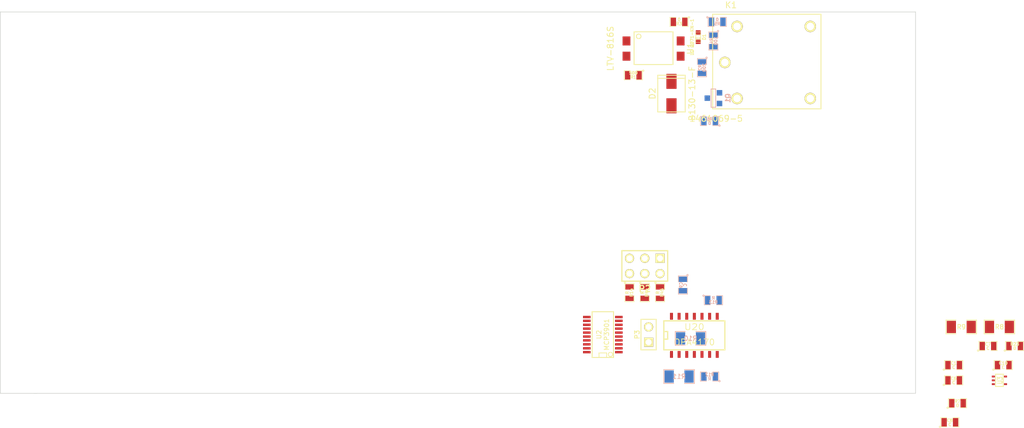
<source format=kicad_pcb>
(kicad_pcb (version 3) (host pcbnew "(2013-05-31 BZR 4019)-stable")

  (general
    (links 59)
    (no_connects 59)
    (area 139.014999 105.613999 291.515001 169.214001)
    (thickness 1.6)
    (drawings 5)
    (tracks 0)
    (zones 0)
    (modules 33)
    (nets 41)
  )

  (page USLedger)
  (title_block 
    (title BenchBudEE)
    (rev A)
    (company GR)
  )

  (layers
    (15 F.Cu signal)
    (2 PWR power)
    (1 GND power)
    (0 B.Cu signal)
    (16 B.Adhes user)
    (17 F.Adhes user)
    (18 B.Paste user)
    (19 F.Paste user)
    (20 B.SilkS user)
    (21 F.SilkS user)
    (22 B.Mask user)
    (23 F.Mask user)
    (28 Edge.Cuts user)
  )

  (setup
    (last_trace_width 0.254)
    (user_trace_width 0.1524)
    (trace_clearance 0.254)
    (zone_clearance 0.508)
    (zone_45_only no)
    (trace_min 0.1524)
    (segment_width 0.2)
    (edge_width 0.1)
    (via_size 0.889)
    (via_drill 0.635)
    (via_min_size 0.508)
    (via_min_drill 0.3302)
    (user_via 0.508 0.3302)
    (uvia_size 0.508)
    (uvia_drill 0.127)
    (uvias_allowed no)
    (uvia_min_size 0.381)
    (uvia_min_drill 0.127)
    (pcb_text_width 0.3)
    (pcb_text_size 1.5 1.5)
    (mod_edge_width 0.15)
    (mod_text_size 1 1)
    (mod_text_width 0.15)
    (pad_size 1.905 1.905)
    (pad_drill 1.27)
    (pad_to_mask_clearance 0.254)
    (solder_mask_min_width 0.127)
    (aux_axis_origin 0 0)
    (visible_elements 7FFFFFFF)
    (pcbplotparams
      (layerselection 3178497)
      (usegerberextensions true)
      (excludeedgelayer true)
      (linewidth 0.150000)
      (plotframeref false)
      (viasonmask false)
      (mode 1)
      (useauxorigin false)
      (hpglpennumber 1)
      (hpglpenspeed 20)
      (hpglpendiameter 15)
      (hpglpenoverlay 2)
      (psnegative false)
      (psa4output false)
      (plotreference true)
      (plotvalue true)
      (plotothertext true)
      (plotinvisibletext false)
      (padsonsilk false)
      (subtractmaskfromsilk false)
      (outputformat 1)
      (mirror false)
      (drillshape 1)
      (scaleselection 1)
      (outputdirectory ""))
  )

  (net 0 "")
  (net 1 +12P)
  (net 2 +12V)
  (net 3 +5V)
  (net 4 -12V)
  (net 5 /Arduino/ADC_CS_N)
  (net 6 /Arduino/CURR_MEAS)
  (net 7 /Arduino/MISO)
  (net 8 /Arduino/MOSI)
  (net 9 /Arduino/RELAY+)
  (net 10 /Arduino/RELAY-)
  (net 11 /Arduino/SCLK)
  (net 12 /Arduino/~DR)
  (net 13 /Arduino/~RESET)
  (net 14 /Thermocouple/CH0+)
  (net 15 /Thermocouple/CH0-)
  (net 16 AGND)
  (net 17 GND)
  (net 18 N-00000120)
  (net 19 N-00000122)
  (net 20 N-0000064)
  (net 21 N-0000065)
  (net 22 N-0000067)
  (net 23 N-0000068)
  (net 24 N-0000071)
  (net 25 N-0000072)
  (net 26 N-0000073)
  (net 27 N-0000074)
  (net 28 N-0000076)
  (net 29 N-0000077)
  (net 30 N-0000078)
  (net 31 N-0000080)
  (net 32 N-0000081)
  (net 33 N-0000084)
  (net 34 N-0000085)
  (net 35 N-0000086)
  (net 36 N-0000087)
  (net 37 N-0000088)
  (net 38 N-0000089)
  (net 39 N-0000090)
  (net 40 N-0000091)

  (net_class Default "This is the default net class."
    (clearance 0.254)
    (trace_width 0.254)
    (via_dia 0.889)
    (via_drill 0.635)
    (uvia_dia 0.508)
    (uvia_drill 0.127)
    (add_net "")
    (add_net +12P)
    (add_net +12V)
    (add_net +5V)
    (add_net -12V)
    (add_net /Arduino/ADC_CS_N)
    (add_net /Arduino/CURR_MEAS)
    (add_net /Arduino/MISO)
    (add_net /Arduino/MOSI)
    (add_net /Arduino/RELAY+)
    (add_net /Arduino/RELAY-)
    (add_net /Arduino/SCLK)
    (add_net /Arduino/~DR)
    (add_net /Arduino/~RESET)
    (add_net /Thermocouple/CH0+)
    (add_net /Thermocouple/CH0-)
    (add_net AGND)
    (add_net GND)
    (add_net N-00000120)
    (add_net N-00000122)
    (add_net N-0000064)
    (add_net N-0000065)
    (add_net N-0000067)
    (add_net N-0000068)
    (add_net N-0000071)
    (add_net N-0000072)
    (add_net N-0000073)
    (add_net N-0000074)
    (add_net N-0000076)
    (add_net N-0000077)
    (add_net N-0000078)
    (add_net N-0000080)
    (add_net N-0000081)
    (add_net N-0000084)
    (add_net N-0000085)
    (add_net N-0000086)
    (add_net N-0000087)
    (add_net N-0000088)
    (add_net N-0000089)
    (add_net N-0000090)
    (add_net N-0000091)
  )

  (module TE-SPDT (layer F.Cu) (tedit 525A3F91) (tstamp 525B467A)
    (at 259.715 111.125)
    (path /5237E13C/523D17C5)
    (fp_text reference K1 (at 1.016 -6.604) (layer F.SilkS)
      (effects (font (size 1 1) (thickness 0.15)))
    )
    (fp_text value "1461069-5	" (at 0 12.2936) (layer F.SilkS)
      (effects (font (size 1 1) (thickness 0.15)))
    )
    (fp_line (start -2.032 -4.826) (end -2.032 -5.08) (layer F.SilkS) (width 0.15))
    (fp_line (start -2.032 -4.826) (end -2.032 10.668) (layer F.SilkS) (width 0.15))
    (fp_line (start -2.032 10.668) (end 16.002 10.668) (layer F.SilkS) (width 0.15))
    (fp_line (start 16.002 10.668) (end 16.002 -5.08) (layer F.SilkS) (width 0.15))
    (fp_line (start 16.002 -5.08) (end -2.032 -5.08) (layer F.SilkS) (width 0.15))
    (pad 1 thru_hole circle (at 0 2.9464) (size 1.905 1.905) (drill 1.27)
      (layers *.Cu *.Mask F.SilkS)
    )
    (pad 2 thru_hole circle (at 2.032 -3.048) (size 1.905 1.905) (drill 1.27)
      (layers *.Cu *.Mask F.SilkS)
      (net 39 N-0000090)
    )
    (pad 3 thru_hole circle (at 14.224 -3.048) (size 1.905 1.905) (drill 1.27)
      (layers *.Cu *.Mask F.SilkS)
    )
    (pad 4 thru_hole circle (at 14.224 8.9408) (size 1.905 1.905) (drill 1.27)
      (layers *.Cu *.Mask F.SilkS)
    )
    (pad 5 thru_hole circle (at 2.032 8.9408) (size 1.905 1.905) (drill 1.27)
      (layers *.Cu *.Mask F.SilkS)
      (net 34 N-0000085)
    )
  )

  (module SOT23EBC (layer B.Cu) (tedit 3F980186) (tstamp 525B4685)
    (at 257.81 120.015 90)
    (descr "Module CMS SOT23 Transistore EBC")
    (tags "CMS SOT")
    (path /5237E13C/523D17DC)
    (attr smd)
    (fp_text reference Q1 (at 0 2.413 90) (layer B.SilkS)
      (effects (font (size 0.762 0.762) (thickness 0.2032)) (justify mirror))
    )
    (fp_text value 2N3904 (at 0 0 90) (layer B.SilkS) hide
      (effects (font (size 0.762 0.762) (thickness 0.2032)) (justify mirror))
    )
    (fp_line (start -1.524 0.381) (end 1.524 0.381) (layer B.SilkS) (width 0.127))
    (fp_line (start 1.524 0.381) (end 1.524 -0.381) (layer B.SilkS) (width 0.127))
    (fp_line (start 1.524 -0.381) (end -1.524 -0.381) (layer B.SilkS) (width 0.127))
    (fp_line (start -1.524 -0.381) (end -1.524 0.381) (layer B.SilkS) (width 0.127))
    (pad 1 smd rect (at -0.889 1.016 90) (size 0.9144 0.9144)
      (layers B.Cu B.Paste B.Mask)
      (net 37 N-0000088)
    )
    (pad 2 smd rect (at 0.889 1.016 90) (size 0.9144 0.9144)
      (layers B.Cu B.Paste B.Mask)
      (net 35 N-0000086)
    )
    (pad 3 smd rect (at 0 -1.016 90) (size 0.9144 0.9144)
      (layers B.Cu B.Paste B.Mask)
      (net 34 N-0000085)
    )
    (model smd/cms_sot23.wrl
      (at (xyz 0 0 0))
      (scale (xyz 0.13 0.15 0.15))
      (rotate (xyz 0 0 0))
    )
  )

  (module SMA (layer F.Cu) (tedit 525A371B) (tstamp 525B4691)
    (at 250.825 121.285 90)
    (path /5237E13C/523D17F8)
    (fp_text reference D2 (at 2.032 -3.175 90) (layer F.SilkS)
      (effects (font (size 1 1) (thickness 0.15)))
    )
    (fp_text value B130-13-F (at 2.032 3.429 90) (layer F.SilkS)
      (effects (font (size 1 1) (thickness 0.15)))
    )
    (fp_line (start 4.572 -2.286) (end 4.572 2.286) (layer F.SilkS) (width 0.15))
    (fp_line (start -1.016 0) (end -1.016 2.286) (layer F.SilkS) (width 0.15))
    (fp_line (start -1.016 2.286) (end 5.08 2.286) (layer F.SilkS) (width 0.15))
    (fp_line (start 5.08 2.286) (end 5.08 -2.286) (layer F.SilkS) (width 0.15))
    (fp_line (start 5.08 -2.286) (end -1.016 -2.286) (layer F.SilkS) (width 0.15))
    (fp_line (start -1.016 -2.286) (end -1.016 0) (layer F.SilkS) (width 0.15))
    (pad 1 smd rect (at 0 0 90) (size 2.5 1.7)
      (layers F.Cu F.Paste F.Mask)
      (net 34 N-0000085)
    )
    (pad 2 smd rect (at 4.064 0 90) (size 2.5 1.7)
      (layers F.Cu F.Paste F.Mask)
      (net 39 N-0000090)
    )
  )

  (module SM0805 (layer F.Cu) (tedit 5091495C) (tstamp 525B469E)
    (at 244.475 116.205 180)
    (path /5237E13C/523D1D41)
    (attr smd)
    (fp_text reference R1 (at 0 -0.3175 180) (layer F.SilkS)
      (effects (font (size 0.50038 0.50038) (thickness 0.10922)))
    )
    (fp_text value 500 (at 0 0.381 180) (layer F.SilkS)
      (effects (font (size 0.50038 0.50038) (thickness 0.10922)))
    )
    (fp_circle (center -1.651 0.762) (end -1.651 0.635) (layer F.SilkS) (width 0.09906))
    (fp_line (start -0.508 0.762) (end -1.524 0.762) (layer F.SilkS) (width 0.09906))
    (fp_line (start -1.524 0.762) (end -1.524 -0.762) (layer F.SilkS) (width 0.09906))
    (fp_line (start -1.524 -0.762) (end -0.508 -0.762) (layer F.SilkS) (width 0.09906))
    (fp_line (start 0.508 -0.762) (end 1.524 -0.762) (layer F.SilkS) (width 0.09906))
    (fp_line (start 1.524 -0.762) (end 1.524 0.762) (layer F.SilkS) (width 0.09906))
    (fp_line (start 1.524 0.762) (end 0.508 0.762) (layer F.SilkS) (width 0.09906))
    (pad 1 smd rect (at -0.9525 0 180) (size 0.889 1.397)
      (layers F.Cu F.Paste F.Mask)
      (net 10 /Arduino/RELAY-)
    )
    (pad 2 smd rect (at 0.9525 0 180) (size 0.889 1.397)
      (layers F.Cu F.Paste F.Mask)
      (net 40 N-0000091)
    )
    (model smd/chip_cms.wrl
      (at (xyz 0 0 0))
      (scale (xyz 0.1 0.1 0.1))
      (rotate (xyz 0 0 0))
    )
  )

  (module SM0805 (layer B.Cu) (tedit 5091495C) (tstamp 525B46AB)
    (at 258.445 107.315)
    (path /5237E13C/523D1BDA)
    (attr smd)
    (fp_text reference R5 (at 0 0.3175) (layer B.SilkS)
      (effects (font (size 0.50038 0.50038) (thickness 0.10922)) (justify mirror))
    )
    (fp_text value 0 (at 0 -0.381) (layer B.SilkS)
      (effects (font (size 0.50038 0.50038) (thickness 0.10922)) (justify mirror))
    )
    (fp_circle (center -1.651 -0.762) (end -1.651 -0.635) (layer B.SilkS) (width 0.09906))
    (fp_line (start -0.508 -0.762) (end -1.524 -0.762) (layer B.SilkS) (width 0.09906))
    (fp_line (start -1.524 -0.762) (end -1.524 0.762) (layer B.SilkS) (width 0.09906))
    (fp_line (start -1.524 0.762) (end -0.508 0.762) (layer B.SilkS) (width 0.09906))
    (fp_line (start 0.508 0.762) (end 1.524 0.762) (layer B.SilkS) (width 0.09906))
    (fp_line (start 1.524 0.762) (end 1.524 -0.762) (layer B.SilkS) (width 0.09906))
    (fp_line (start 1.524 -0.762) (end 0.508 -0.762) (layer B.SilkS) (width 0.09906))
    (pad 1 smd rect (at -0.9525 0) (size 0.889 1.397)
      (layers B.Cu B.Paste B.Mask)
      (net 1 +12P)
    )
    (pad 2 smd rect (at 0.9525 0) (size 0.889 1.397)
      (layers B.Cu B.Paste B.Mask)
      (net 39 N-0000090)
    )
    (model smd/chip_cms.wrl
      (at (xyz 0 0 0))
      (scale (xyz 0.1 0.1 0.1))
      (rotate (xyz 0 0 0))
    )
  )

  (module SM0805 (layer B.Cu) (tedit 5091495C) (tstamp 525B46B8)
    (at 257.81 110.49 270)
    (path /5237E13C/523D1A7F)
    (attr smd)
    (fp_text reference R4 (at 0 0.3175 270) (layer B.SilkS)
      (effects (font (size 0.50038 0.50038) (thickness 0.10922)) (justify mirror))
    )
    (fp_text value 100 (at 0 -0.381 270) (layer B.SilkS)
      (effects (font (size 0.50038 0.50038) (thickness 0.10922)) (justify mirror))
    )
    (fp_circle (center -1.651 -0.762) (end -1.651 -0.635) (layer B.SilkS) (width 0.09906))
    (fp_line (start -0.508 -0.762) (end -1.524 -0.762) (layer B.SilkS) (width 0.09906))
    (fp_line (start -1.524 -0.762) (end -1.524 0.762) (layer B.SilkS) (width 0.09906))
    (fp_line (start -1.524 0.762) (end -0.508 0.762) (layer B.SilkS) (width 0.09906))
    (fp_line (start 0.508 0.762) (end 1.524 0.762) (layer B.SilkS) (width 0.09906))
    (fp_line (start 1.524 0.762) (end 1.524 -0.762) (layer B.SilkS) (width 0.09906))
    (fp_line (start 1.524 -0.762) (end 0.508 -0.762) (layer B.SilkS) (width 0.09906))
    (pad 1 smd rect (at -0.9525 0 270) (size 0.889 1.397)
      (layers B.Cu B.Paste B.Mask)
      (net 33 N-0000084)
    )
    (pad 2 smd rect (at 0.9525 0 270) (size 0.889 1.397)
      (layers B.Cu B.Paste B.Mask)
      (net 35 N-0000086)
    )
    (model smd/chip_cms.wrl
      (at (xyz 0 0 0))
      (scale (xyz 0.1 0.1 0.1))
      (rotate (xyz 0 0 0))
    )
  )

  (module SM0805 (layer B.Cu) (tedit 5091495C) (tstamp 525B46C5)
    (at 257.175 123.825 180)
    (path /5237E13C/523D18B1)
    (attr smd)
    (fp_text reference R6 (at 0 0.3175 180) (layer B.SilkS)
      (effects (font (size 0.50038 0.50038) (thickness 0.10922)) (justify mirror))
    )
    (fp_text value 0 (at 0 -0.381 180) (layer B.SilkS)
      (effects (font (size 0.50038 0.50038) (thickness 0.10922)) (justify mirror))
    )
    (fp_circle (center -1.651 -0.762) (end -1.651 -0.635) (layer B.SilkS) (width 0.09906))
    (fp_line (start -0.508 -0.762) (end -1.524 -0.762) (layer B.SilkS) (width 0.09906))
    (fp_line (start -1.524 -0.762) (end -1.524 0.762) (layer B.SilkS) (width 0.09906))
    (fp_line (start -1.524 0.762) (end -0.508 0.762) (layer B.SilkS) (width 0.09906))
    (fp_line (start 0.508 0.762) (end 1.524 0.762) (layer B.SilkS) (width 0.09906))
    (fp_line (start 1.524 0.762) (end 1.524 -0.762) (layer B.SilkS) (width 0.09906))
    (fp_line (start 1.524 -0.762) (end 0.508 -0.762) (layer B.SilkS) (width 0.09906))
    (pad 1 smd rect (at -0.9525 0 180) (size 0.889 1.397)
      (layers B.Cu B.Paste B.Mask)
      (net 37 N-0000088)
    )
    (pad 2 smd rect (at 0.9525 0 180) (size 0.889 1.397)
      (layers B.Cu B.Paste B.Mask)
      (net 17 GND)
    )
    (model smd/chip_cms.wrl
      (at (xyz 0 0 0))
      (scale (xyz 0.1 0.1 0.1))
      (rotate (xyz 0 0 0))
    )
  )

  (module SM0805 (layer B.Cu) (tedit 5091495C) (tstamp 525B46D2)
    (at 255.905 114.935 270)
    (path /5237E13C/523D1807)
    (attr smd)
    (fp_text reference R2 (at 0 0.3175 270) (layer B.SilkS)
      (effects (font (size 0.50038 0.50038) (thickness 0.10922)) (justify mirror))
    )
    (fp_text value 200 (at 0 -0.381 270) (layer B.SilkS)
      (effects (font (size 0.50038 0.50038) (thickness 0.10922)) (justify mirror))
    )
    (fp_circle (center -1.651 -0.762) (end -1.651 -0.635) (layer B.SilkS) (width 0.09906))
    (fp_line (start -0.508 -0.762) (end -1.524 -0.762) (layer B.SilkS) (width 0.09906))
    (fp_line (start -1.524 -0.762) (end -1.524 0.762) (layer B.SilkS) (width 0.09906))
    (fp_line (start -1.524 0.762) (end -0.508 0.762) (layer B.SilkS) (width 0.09906))
    (fp_line (start 0.508 0.762) (end 1.524 0.762) (layer B.SilkS) (width 0.09906))
    (fp_line (start 1.524 0.762) (end 1.524 -0.762) (layer B.SilkS) (width 0.09906))
    (fp_line (start 1.524 -0.762) (end 0.508 -0.762) (layer B.SilkS) (width 0.09906))
    (pad 1 smd rect (at -0.9525 0 270) (size 0.889 1.397)
      (layers B.Cu B.Paste B.Mask)
      (net 36 N-0000087)
    )
    (pad 2 smd rect (at 0.9525 0 270) (size 0.889 1.397)
      (layers B.Cu B.Paste B.Mask)
      (net 17 GND)
    )
    (model smd/chip_cms.wrl
      (at (xyz 0 0 0))
      (scale (xyz 0.1 0.1 0.1))
      (rotate (xyz 0 0 0))
    )
  )

  (module SM0805 (layer F.Cu) (tedit 5091495C) (tstamp 525B46DF)
    (at 252.095 107.315 180)
    (path /5237E13C/525A7A65)
    (attr smd)
    (fp_text reference R3 (at 0 -0.3175 180) (layer F.SilkS)
      (effects (font (size 0.50038 0.50038) (thickness 0.10922)))
    )
    (fp_text value 0 (at 0 0.381 180) (layer F.SilkS)
      (effects (font (size 0.50038 0.50038) (thickness 0.10922)))
    )
    (fp_circle (center -1.651 0.762) (end -1.651 0.635) (layer F.SilkS) (width 0.09906))
    (fp_line (start -0.508 0.762) (end -1.524 0.762) (layer F.SilkS) (width 0.09906))
    (fp_line (start -1.524 0.762) (end -1.524 -0.762) (layer F.SilkS) (width 0.09906))
    (fp_line (start -1.524 -0.762) (end -0.508 -0.762) (layer F.SilkS) (width 0.09906))
    (fp_line (start 0.508 -0.762) (end 1.524 -0.762) (layer F.SilkS) (width 0.09906))
    (fp_line (start 1.524 -0.762) (end 1.524 0.762) (layer F.SilkS) (width 0.09906))
    (fp_line (start 1.524 0.762) (end 0.508 0.762) (layer F.SilkS) (width 0.09906))
    (pad 1 smd rect (at -0.9525 0 180) (size 0.889 1.397)
      (layers F.Cu F.Paste F.Mask)
      (net 1 +12P)
    )
    (pad 2 smd rect (at 0.9525 0 180) (size 0.889 1.397)
      (layers F.Cu F.Paste F.Mask)
      (net 38 N-0000089)
    )
    (model smd/chip_cms.wrl
      (at (xyz 0 0 0))
      (scale (xyz 0.1 0.1 0.1))
      (rotate (xyz 0 0 0))
    )
  )

  (module LED-0603 (layer F.Cu) (tedit 4E16AFB4) (tstamp 525B46FB)
    (at 255.27 109.855 270)
    (descr "LED 0603 smd package")
    (tags "LED led 0603 SMD smd SMT smt smdled SMDLED smtled SMTLED")
    (path /5237E13C/523D1884)
    (attr smd)
    (fp_text reference D1 (at 0 -1.016 270) (layer F.SilkS)
      (effects (font (size 0.508 0.508) (thickness 0.127)))
    )
    (fp_text value "LG Q971-KN-1" (at 0 1.016 270) (layer F.SilkS)
      (effects (font (size 0.508 0.508) (thickness 0.127)))
    )
    (fp_line (start 0.44958 -0.44958) (end 0.44958 0.44958) (layer F.SilkS) (width 0.06604))
    (fp_line (start 0.44958 0.44958) (end 0.84836 0.44958) (layer F.SilkS) (width 0.06604))
    (fp_line (start 0.84836 -0.44958) (end 0.84836 0.44958) (layer F.SilkS) (width 0.06604))
    (fp_line (start 0.44958 -0.44958) (end 0.84836 -0.44958) (layer F.SilkS) (width 0.06604))
    (fp_line (start -0.84836 -0.44958) (end -0.84836 0.44958) (layer F.SilkS) (width 0.06604))
    (fp_line (start -0.84836 0.44958) (end -0.44958 0.44958) (layer F.SilkS) (width 0.06604))
    (fp_line (start -0.44958 -0.44958) (end -0.44958 0.44958) (layer F.SilkS) (width 0.06604))
    (fp_line (start -0.84836 -0.44958) (end -0.44958 -0.44958) (layer F.SilkS) (width 0.06604))
    (fp_line (start 0 -0.44958) (end 0 -0.29972) (layer F.SilkS) (width 0.06604))
    (fp_line (start 0 -0.29972) (end 0.29972 -0.29972) (layer F.SilkS) (width 0.06604))
    (fp_line (start 0.29972 -0.44958) (end 0.29972 -0.29972) (layer F.SilkS) (width 0.06604))
    (fp_line (start 0 -0.44958) (end 0.29972 -0.44958) (layer F.SilkS) (width 0.06604))
    (fp_line (start 0 0.29972) (end 0 0.44958) (layer F.SilkS) (width 0.06604))
    (fp_line (start 0 0.44958) (end 0.29972 0.44958) (layer F.SilkS) (width 0.06604))
    (fp_line (start 0.29972 0.29972) (end 0.29972 0.44958) (layer F.SilkS) (width 0.06604))
    (fp_line (start 0 0.29972) (end 0.29972 0.29972) (layer F.SilkS) (width 0.06604))
    (fp_line (start 0 -0.14986) (end 0 0.14986) (layer F.SilkS) (width 0.06604))
    (fp_line (start 0 0.14986) (end 0.29972 0.14986) (layer F.SilkS) (width 0.06604))
    (fp_line (start 0.29972 -0.14986) (end 0.29972 0.14986) (layer F.SilkS) (width 0.06604))
    (fp_line (start 0 -0.14986) (end 0.29972 -0.14986) (layer F.SilkS) (width 0.06604))
    (fp_line (start 0.44958 -0.39878) (end -0.44958 -0.39878) (layer F.SilkS) (width 0.1016))
    (fp_line (start 0.44958 0.39878) (end -0.44958 0.39878) (layer F.SilkS) (width 0.1016))
    (pad 1 smd rect (at -0.7493 0 270) (size 0.79756 0.79756)
      (layers F.Cu F.Paste F.Mask)
      (net 33 N-0000084)
    )
    (pad 2 smd rect (at 0.7493 0 270) (size 0.79756 0.79756)
      (layers F.Cu F.Paste F.Mask)
      (net 36 N-0000087)
    )
  )

  (module 4-SMD (layer F.Cu) (tedit 525A322E) (tstamp 525B4708)
    (at 245.745 111.76 270)
    (path /5237E13C/525A769C)
    (fp_text reference U1 (at 0 -8.255 270) (layer F.SilkS)
      (effects (font (size 1 1) (thickness 0.15)))
    )
    (fp_text value LTV-816S (at 0 5.08 270) (layer F.SilkS)
      (effects (font (size 1 1) (thickness 0.15)))
    )
    (fp_circle (center -2.032 0.381) (end -1.651 0.381) (layer F.SilkS) (width 0.15))
    (fp_line (start -2.794 1.143) (end 2.667 1.143) (layer F.SilkS) (width 0.15))
    (fp_line (start 2.667 1.143) (end 2.667 -5.334) (layer F.SilkS) (width 0.15))
    (fp_line (start 2.667 -5.334) (end -2.794 -5.334) (layer F.SilkS) (width 0.15))
    (fp_line (start -2.794 -5.334) (end -2.794 1.143) (layer F.SilkS) (width 0.15))
    (pad 1 smd rect (at -1.27 2.413 270) (size 1.5 1.3)
      (layers F.Cu F.Paste F.Mask)
      (net 9 /Arduino/RELAY+)
    )
    (pad 2 smd rect (at 1.27 2.413 270) (size 1.5 1.3)
      (layers F.Cu F.Paste F.Mask)
      (net 40 N-0000091)
    )
    (pad 3 smd rect (at 1.27 -6.604 270) (size 1.5 1.3)
      (layers F.Cu F.Paste F.Mask)
      (net 33 N-0000084)
    )
    (pad 4 smd rect (at -1.27 -6.604 270) (size 1.5 1.3)
      (layers F.Cu F.Paste F.Mask)
      (net 38 N-0000089)
    )
  )

  (module SSOP20 (layer F.Cu) (tedit 48B5A104) (tstamp 525CCB55)
    (at 239.395 159.385 90)
    (descr "SSOP 20 pins")
    (tags "CMS SSOP SMD")
    (path /5237E11D/525AF1F0)
    (attr smd)
    (fp_text reference U2 (at 0 -0.635 90) (layer F.SilkS)
      (effects (font (size 0.762 0.762) (thickness 0.127)))
    )
    (fp_text value MCP3901 (at 0 0.635 90) (layer F.SilkS)
      (effects (font (size 0.762 0.762) (thickness 0.127)))
    )
    (fp_line (start 3.81 -1.778) (end -3.81 -1.778) (layer F.SilkS) (width 0.1651))
    (fp_line (start -3.81 1.778) (end 3.81 1.778) (layer F.SilkS) (width 0.1651))
    (fp_line (start 3.81 -1.778) (end 3.81 1.778) (layer F.SilkS) (width 0.1651))
    (fp_line (start -3.81 1.778) (end -3.81 -1.778) (layer F.SilkS) (width 0.1524))
    (fp_circle (center -3.302 1.27) (end -3.556 1.016) (layer F.SilkS) (width 0.127))
    (fp_line (start -3.81 -0.635) (end -3.048 -0.635) (layer F.SilkS) (width 0.127))
    (fp_line (start -3.048 -0.635) (end -3.048 0.635) (layer F.SilkS) (width 0.127))
    (fp_line (start -3.048 0.635) (end -3.81 0.635) (layer F.SilkS) (width 0.127))
    (pad 1 smd rect (at -2.921 2.667 90) (size 0.4064 1.27)
      (layers F.Cu F.Paste F.Mask)
      (net 13 /Arduino/~RESET)
    )
    (pad 2 smd rect (at -2.286 2.667 90) (size 0.4064 1.27)
      (layers F.Cu F.Paste F.Mask)
      (net 3 +5V)
    )
    (pad 3 smd rect (at -1.6256 2.667 90) (size 0.4064 1.27)
      (layers F.Cu F.Paste F.Mask)
      (net 3 +5V)
    )
    (pad 4 smd rect (at -0.9652 2.667 90) (size 0.4064 1.27)
      (layers F.Cu F.Paste F.Mask)
      (net 14 /Thermocouple/CH0+)
    )
    (pad 5 smd rect (at -0.3302 2.667 90) (size 0.4064 1.27)
      (layers F.Cu F.Paste F.Mask)
      (net 15 /Thermocouple/CH0-)
    )
    (pad 6 smd rect (at 0.3302 2.667 90) (size 0.4064 1.27)
      (layers F.Cu F.Paste F.Mask)
      (net 22 N-0000067)
    )
    (pad 7 smd rect (at 0.9906 2.667 90) (size 0.4064 1.27)
      (layers F.Cu F.Paste F.Mask)
      (net 23 N-0000068)
    )
    (pad 8 smd rect (at 1.6256 2.667 90) (size 0.4064 1.27)
      (layers F.Cu F.Paste F.Mask)
      (net 16 AGND)
    )
    (pad 9 smd rect (at 2.286 2.667 90) (size 0.4064 1.27)
      (layers F.Cu F.Paste F.Mask)
    )
    (pad 10 smd rect (at 2.921 2.667 90) (size 0.4064 1.27)
      (layers F.Cu F.Paste F.Mask)
    )
    (pad 11 smd rect (at 2.921 -2.667 90) (size 0.4064 1.27)
      (layers F.Cu F.Paste F.Mask)
      (net 16 AGND)
    )
    (pad 12 smd rect (at 2.286 -2.667 90) (size 0.4064 1.27)
      (layers F.Cu F.Paste F.Mask)
      (net 20 N-0000064)
    )
    (pad 13 smd rect (at 1.6256 -2.667 90) (size 0.4064 1.27)
      (layers F.Cu F.Paste F.Mask)
      (net 21 N-0000065)
    )
    (pad 14 smd rect (at 0.9906 -2.667 90) (size 0.4064 1.27)
      (layers F.Cu F.Paste F.Mask)
      (net 12 /Arduino/~DR)
    )
    (pad 15 smd rect (at 0.3302 -2.667 90) (size 0.4064 1.27)
      (layers F.Cu F.Paste F.Mask)
    )
    (pad 16 smd rect (at -0.3302 -2.667 90) (size 0.4064 1.27)
      (layers F.Cu F.Paste F.Mask)
    )
    (pad 17 smd rect (at -0.9652 -2.667 90) (size 0.4064 1.27)
      (layers F.Cu F.Paste F.Mask)
      (net 5 /Arduino/ADC_CS_N)
    )
    (pad 18 smd rect (at -1.6256 -2.667 90) (size 0.4064 1.27)
      (layers F.Cu F.Paste F.Mask)
      (net 11 /Arduino/SCLK)
    )
    (pad 19 smd rect (at -2.286 -2.667 90) (size 0.4064 1.27)
      (layers F.Cu F.Paste F.Mask)
      (net 7 /Arduino/MISO)
    )
    (pad 20 smd rect (at -2.921 -2.667 90) (size 0.4064 1.27)
      (layers F.Cu F.Paste F.Mask)
      (net 8 /Arduino/MOSI)
    )
    (model smd/cms_so20.wrl
      (at (xyz 0 0 0))
      (scale (xyz 0.255 0.33 0.3))
      (rotate (xyz 0 0 0))
    )
  )

  (module SOT353 (layer F.Cu) (tedit 503FB44B) (tstamp 525CCB62)
    (at 305.435 167.005)
    (descr SOT353)
    (path /5237E11D/525B1731)
    (attr smd)
    (fp_text reference U3 (at 0.09906 0 90) (layer F.SilkS)
      (effects (font (size 0.762 0.635) (thickness 0.127)))
    )
    (fp_text value LMT84 (at 0.09906 0 90) (layer F.SilkS) hide
      (effects (font (size 0.762 0.635) (thickness 0.127)))
    )
    (fp_line (start 0.635 1.016) (end 0.635 -1.016) (layer F.SilkS) (width 0.1524))
    (fp_line (start 0.635 -1.016) (end -0.635 -1.016) (layer F.SilkS) (width 0.1524))
    (fp_line (start -0.635 -1.016) (end -0.635 1.016) (layer F.SilkS) (width 0.1524))
    (fp_line (start -0.635 1.016) (end 0.635 1.016) (layer F.SilkS) (width 0.1524))
    (pad 1 smd rect (at -1.016 -0.635) (size 0.508 0.3048)
      (layers F.Cu F.Paste F.Mask)
      (net 16 AGND)
    )
    (pad 3 smd rect (at -1.016 0.635) (size 0.508 0.3048)
      (layers F.Cu F.Paste F.Mask)
      (net 23 N-0000068)
    )
    (pad 5 smd rect (at 1.016 -0.635) (size 0.508 0.3048)
      (layers F.Cu F.Paste F.Mask)
      (net 16 AGND)
    )
    (pad 2 smd rect (at -1.016 0) (size 0.508 0.3048)
      (layers F.Cu F.Paste F.Mask)
      (net 16 AGND)
    )
    (pad 4 smd rect (at 1.016 0.635) (size 0.508 0.3048)
      (layers F.Cu F.Paste F.Mask)
      (net 3 +5V)
    )
    (model smd/SOT23_5.wrl
      (at (xyz 0 0 0))
      (scale (xyz 0.07000000000000001 0.09 0.08))
      (rotate (xyz 0 0 90))
    )
  )

  (module SO14N (layer F.Cu) (tedit 42806FE5) (tstamp 525CCB7B)
    (at 254.635 159.385)
    (descr "Module CMS SOJ 14 pins Large")
    (tags "CMS SOJ")
    (path /5237E11D/523A7E7A)
    (attr smd)
    (fp_text reference U20 (at 0 -1.27) (layer F.SilkS)
      (effects (font (size 1.016 1.143) (thickness 0.127)))
    )
    (fp_text value OPA4170 (at 0 1.27) (layer F.SilkS)
      (effects (font (size 1.016 1.016) (thickness 0.127)))
    )
    (fp_line (start 5.08 -2.286) (end 5.08 2.54) (layer F.SilkS) (width 0.2032))
    (fp_line (start 5.08 2.54) (end -5.08 2.54) (layer F.SilkS) (width 0.2032))
    (fp_line (start -5.08 2.54) (end -5.08 -2.286) (layer F.SilkS) (width 0.2032))
    (fp_line (start -5.08 -2.286) (end 5.08 -2.286) (layer F.SilkS) (width 0.2032))
    (fp_line (start -5.08 -0.508) (end -4.445 -0.508) (layer F.SilkS) (width 0.2032))
    (fp_line (start -4.445 -0.508) (end -4.445 0.762) (layer F.SilkS) (width 0.2032))
    (fp_line (start -4.445 0.762) (end -5.08 0.762) (layer F.SilkS) (width 0.2032))
    (pad 1 smd rect (at -3.81 3.302) (size 0.508 1.143)
      (layers F.Cu F.Paste F.Mask)
      (net 14 /Thermocouple/CH0+)
    )
    (pad 2 smd rect (at -2.54 3.302) (size 0.508 1.143)
      (layers F.Cu F.Paste F.Mask)
      (net 32 N-0000081)
    )
    (pad 3 smd rect (at -1.27 3.302) (size 0.508 1.143)
      (layers F.Cu F.Paste F.Mask)
      (net 31 N-0000080)
    )
    (pad 4 smd rect (at 0 3.302) (size 0.508 1.143)
      (layers F.Cu F.Paste F.Mask)
      (net 2 +12V)
    )
    (pad 5 smd rect (at 1.27 3.302) (size 0.508 1.143)
      (layers F.Cu F.Paste F.Mask)
    )
    (pad 6 smd rect (at 2.54 3.302) (size 0.508 1.143)
      (layers F.Cu F.Paste F.Mask)
      (net 27 N-0000074)
    )
    (pad 7 smd rect (at 3.81 3.302) (size 0.508 1.143)
      (layers F.Cu F.Paste F.Mask)
      (net 28 N-0000076)
    )
    (pad 8 smd rect (at 3.81 -3.048) (size 0.508 1.143)
      (layers F.Cu F.Paste F.Mask)
      (net 30 N-0000078)
    )
    (pad 9 smd rect (at 2.54 -3.048) (size 0.508 1.143)
      (layers F.Cu F.Paste F.Mask)
      (net 25 N-0000072)
    )
    (pad 11 smd rect (at 0 -3.048) (size 0.508 1.143)
      (layers F.Cu F.Paste F.Mask)
      (net 4 -12V)
    )
    (pad 12 smd rect (at -1.27 -3.048) (size 0.508 1.143)
      (layers F.Cu F.Paste F.Mask)
      (net 18 N-00000120)
    )
    (pad 13 smd rect (at -2.54 -3.048) (size 0.508 1.143)
      (layers F.Cu F.Paste F.Mask)
      (net 6 /Arduino/CURR_MEAS)
    )
    (pad 14 smd rect (at -3.81 -3.048) (size 0.508 1.143)
      (layers F.Cu F.Paste F.Mask)
      (net 19 N-00000122)
    )
    (pad 10 smd rect (at 1.27 -3.048) (size 0.508 1.143)
      (layers F.Cu F.Paste F.Mask)
    )
    (model smd/cms_so14.wrl
      (at (xyz 0 0 0))
      (scale (xyz 0.5 0.4 0.5))
      (rotate (xyz 0 0 0))
    )
  )

  (module SM1206 (layer B.Cu) (tedit 42806E24) (tstamp 525CCB9F)
    (at 254 160.02)
    (path /5237E11D/523A7EDD)
    (attr smd)
    (fp_text reference R10 (at 0 0) (layer B.SilkS)
      (effects (font (size 0.762 0.762) (thickness 0.127)) (justify mirror))
    )
    (fp_text value R (at 0 0) (layer B.SilkS) hide
      (effects (font (size 0.762 0.762) (thickness 0.127)) (justify mirror))
    )
    (fp_line (start -2.54 1.143) (end -2.54 -1.143) (layer B.SilkS) (width 0.127))
    (fp_line (start -2.54 -1.143) (end -0.889 -1.143) (layer B.SilkS) (width 0.127))
    (fp_line (start 0.889 1.143) (end 2.54 1.143) (layer B.SilkS) (width 0.127))
    (fp_line (start 2.54 1.143) (end 2.54 -1.143) (layer B.SilkS) (width 0.127))
    (fp_line (start 2.54 -1.143) (end 0.889 -1.143) (layer B.SilkS) (width 0.127))
    (fp_line (start -0.889 1.143) (end -2.54 1.143) (layer B.SilkS) (width 0.127))
    (pad 1 smd rect (at -1.651 0) (size 1.524 2.032)
      (layers B.Cu B.Paste B.Mask)
      (net 32 N-0000081)
    )
    (pad 2 smd rect (at 1.651 0) (size 1.524 2.032)
      (layers B.Cu B.Paste B.Mask)
      (net 28 N-0000076)
    )
    (model smd/chip_cms.wrl
      (at (xyz 0 0 0))
      (scale (xyz 0.17 0.16 0.16))
      (rotate (xyz 0 0 0))
    )
  )

  (module SM1206 (layer F.Cu) (tedit 42806E24) (tstamp 525CCBAB)
    (at 305.435 158.115)
    (path /5237E11D/523A7EE3)
    (attr smd)
    (fp_text reference R8 (at 0 0) (layer F.SilkS)
      (effects (font (size 0.762 0.762) (thickness 0.127)))
    )
    (fp_text value R (at 0 0) (layer F.SilkS) hide
      (effects (font (size 0.762 0.762) (thickness 0.127)))
    )
    (fp_line (start -2.54 -1.143) (end -2.54 1.143) (layer F.SilkS) (width 0.127))
    (fp_line (start -2.54 1.143) (end -0.889 1.143) (layer F.SilkS) (width 0.127))
    (fp_line (start 0.889 -1.143) (end 2.54 -1.143) (layer F.SilkS) (width 0.127))
    (fp_line (start 2.54 -1.143) (end 2.54 1.143) (layer F.SilkS) (width 0.127))
    (fp_line (start 2.54 1.143) (end 0.889 1.143) (layer F.SilkS) (width 0.127))
    (fp_line (start -0.889 -1.143) (end -2.54 -1.143) (layer F.SilkS) (width 0.127))
    (pad 1 smd rect (at -1.651 0) (size 1.524 2.032)
      (layers F.Cu F.Paste F.Mask)
      (net 14 /Thermocouple/CH0+)
    )
    (pad 2 smd rect (at 1.651 0) (size 1.524 2.032)
      (layers F.Cu F.Paste F.Mask)
      (net 32 N-0000081)
    )
    (model smd/chip_cms.wrl
      (at (xyz 0 0 0))
      (scale (xyz 0.17 0.16 0.16))
      (rotate (xyz 0 0 0))
    )
  )

  (module SM1206 (layer F.Cu) (tedit 42806E24) (tstamp 525CCBB7)
    (at 299.085 158.115)
    (path /5237E11D/523A7EE9)
    (attr smd)
    (fp_text reference R9 (at 0 0) (layer F.SilkS)
      (effects (font (size 0.762 0.762) (thickness 0.127)))
    )
    (fp_text value R (at 0 0) (layer F.SilkS) hide
      (effects (font (size 0.762 0.762) (thickness 0.127)))
    )
    (fp_line (start -2.54 -1.143) (end -2.54 1.143) (layer F.SilkS) (width 0.127))
    (fp_line (start -2.54 1.143) (end -0.889 1.143) (layer F.SilkS) (width 0.127))
    (fp_line (start 0.889 -1.143) (end 2.54 -1.143) (layer F.SilkS) (width 0.127))
    (fp_line (start 2.54 -1.143) (end 2.54 1.143) (layer F.SilkS) (width 0.127))
    (fp_line (start 2.54 1.143) (end 0.889 1.143) (layer F.SilkS) (width 0.127))
    (fp_line (start -0.889 -1.143) (end -2.54 -1.143) (layer F.SilkS) (width 0.127))
    (pad 1 smd rect (at -1.651 0) (size 1.524 2.032)
      (layers F.Cu F.Paste F.Mask)
      (net 16 AGND)
    )
    (pad 2 smd rect (at 1.651 0) (size 1.524 2.032)
      (layers F.Cu F.Paste F.Mask)
      (net 31 N-0000080)
    )
    (model smd/chip_cms.wrl
      (at (xyz 0 0 0))
      (scale (xyz 0.17 0.16 0.16))
      (rotate (xyz 0 0 0))
    )
  )

  (module SM1206 (layer B.Cu) (tedit 42806E24) (tstamp 525CCBC3)
    (at 252.095 166.37)
    (path /5237E11D/523A7EEF)
    (attr smd)
    (fp_text reference R11 (at 0 0) (layer B.SilkS)
      (effects (font (size 0.762 0.762) (thickness 0.127)) (justify mirror))
    )
    (fp_text value R (at 0 0) (layer B.SilkS) hide
      (effects (font (size 0.762 0.762) (thickness 0.127)) (justify mirror))
    )
    (fp_line (start -2.54 1.143) (end -2.54 -1.143) (layer B.SilkS) (width 0.127))
    (fp_line (start -2.54 -1.143) (end -0.889 -1.143) (layer B.SilkS) (width 0.127))
    (fp_line (start 0.889 1.143) (end 2.54 1.143) (layer B.SilkS) (width 0.127))
    (fp_line (start 2.54 1.143) (end 2.54 -1.143) (layer B.SilkS) (width 0.127))
    (fp_line (start 2.54 -1.143) (end 0.889 -1.143) (layer B.SilkS) (width 0.127))
    (fp_line (start -0.889 1.143) (end -2.54 1.143) (layer B.SilkS) (width 0.127))
    (pad 1 smd rect (at -1.651 0) (size 1.524 2.032)
      (layers B.Cu B.Paste B.Mask)
      (net 31 N-0000080)
    )
    (pad 2 smd rect (at 1.651 0) (size 1.524 2.032)
      (layers B.Cu B.Paste B.Mask)
      (net 30 N-0000078)
    )
    (model smd/chip_cms.wrl
      (at (xyz 0 0 0))
      (scale (xyz 0.17 0.16 0.16))
      (rotate (xyz 0 0 0))
    )
  )

  (module SM0805 (layer F.Cu) (tedit 5091495C) (tstamp 525CCBD0)
    (at 243.84 152.4 270)
    (path /5237E11D/525AF59B)
    (attr smd)
    (fp_text reference R14 (at 0 -0.3175 270) (layer F.SilkS)
      (effects (font (size 0.50038 0.50038) (thickness 0.10922)))
    )
    (fp_text value R (at 0 0.381 270) (layer F.SilkS)
      (effects (font (size 0.50038 0.50038) (thickness 0.10922)))
    )
    (fp_circle (center -1.651 0.762) (end -1.651 0.635) (layer F.SilkS) (width 0.09906))
    (fp_line (start -0.508 0.762) (end -1.524 0.762) (layer F.SilkS) (width 0.09906))
    (fp_line (start -1.524 0.762) (end -1.524 -0.762) (layer F.SilkS) (width 0.09906))
    (fp_line (start -1.524 -0.762) (end -0.508 -0.762) (layer F.SilkS) (width 0.09906))
    (fp_line (start 0.508 -0.762) (end 1.524 -0.762) (layer F.SilkS) (width 0.09906))
    (fp_line (start 1.524 -0.762) (end 1.524 0.762) (layer F.SilkS) (width 0.09906))
    (fp_line (start 1.524 0.762) (end 0.508 0.762) (layer F.SilkS) (width 0.09906))
    (pad 1 smd rect (at -0.9525 0 270) (size 0.889 1.397)
      (layers F.Cu F.Paste F.Mask)
      (net 24 N-0000071)
    )
    (pad 2 smd rect (at 0.9525 0 270) (size 0.889 1.397)
      (layers F.Cu F.Paste F.Mask)
      (net 25 N-0000072)
    )
    (model smd/chip_cms.wrl
      (at (xyz 0 0 0))
      (scale (xyz 0.1 0.1 0.1))
      (rotate (xyz 0 0 0))
    )
  )

  (module SM0805 (layer F.Cu) (tedit 5091495C) (tstamp 525CCBDD)
    (at 297.815 167.005)
    (path /5237E11D/525B2CB9)
    (attr smd)
    (fp_text reference C6 (at 0 -0.3175) (layer F.SilkS)
      (effects (font (size 0.50038 0.50038) (thickness 0.10922)))
    )
    (fp_text value C (at 0 0.381) (layer F.SilkS)
      (effects (font (size 0.50038 0.50038) (thickness 0.10922)))
    )
    (fp_circle (center -1.651 0.762) (end -1.651 0.635) (layer F.SilkS) (width 0.09906))
    (fp_line (start -0.508 0.762) (end -1.524 0.762) (layer F.SilkS) (width 0.09906))
    (fp_line (start -1.524 0.762) (end -1.524 -0.762) (layer F.SilkS) (width 0.09906))
    (fp_line (start -1.524 -0.762) (end -0.508 -0.762) (layer F.SilkS) (width 0.09906))
    (fp_line (start 0.508 -0.762) (end 1.524 -0.762) (layer F.SilkS) (width 0.09906))
    (fp_line (start 1.524 -0.762) (end 1.524 0.762) (layer F.SilkS) (width 0.09906))
    (fp_line (start 1.524 0.762) (end 0.508 0.762) (layer F.SilkS) (width 0.09906))
    (pad 1 smd rect (at -0.9525 0) (size 0.889 1.397)
      (layers F.Cu F.Paste F.Mask)
      (net 16 AGND)
    )
    (pad 2 smd rect (at 0.9525 0) (size 0.889 1.397)
      (layers F.Cu F.Paste F.Mask)
      (net 3 +5V)
    )
    (model smd/chip_cms.wrl
      (at (xyz 0 0 0))
      (scale (xyz 0.1 0.1 0.1))
      (rotate (xyz 0 0 0))
    )
  )

  (module SM0805 (layer F.Cu) (tedit 5091495C) (tstamp 525CCBEA)
    (at 303.53 161.29)
    (path /5237E11D/525B2920)
    (attr smd)
    (fp_text reference C7 (at 0 -0.3175) (layer F.SilkS)
      (effects (font (size 0.50038 0.50038) (thickness 0.10922)))
    )
    (fp_text value C (at 0 0.381) (layer F.SilkS)
      (effects (font (size 0.50038 0.50038) (thickness 0.10922)))
    )
    (fp_circle (center -1.651 0.762) (end -1.651 0.635) (layer F.SilkS) (width 0.09906))
    (fp_line (start -0.508 0.762) (end -1.524 0.762) (layer F.SilkS) (width 0.09906))
    (fp_line (start -1.524 0.762) (end -1.524 -0.762) (layer F.SilkS) (width 0.09906))
    (fp_line (start -1.524 -0.762) (end -0.508 -0.762) (layer F.SilkS) (width 0.09906))
    (fp_line (start 0.508 -0.762) (end 1.524 -0.762) (layer F.SilkS) (width 0.09906))
    (fp_line (start 1.524 -0.762) (end 1.524 0.762) (layer F.SilkS) (width 0.09906))
    (fp_line (start 1.524 0.762) (end 0.508 0.762) (layer F.SilkS) (width 0.09906))
    (pad 1 smd rect (at -0.9525 0) (size 0.889 1.397)
      (layers F.Cu F.Paste F.Mask)
      (net 3 +5V)
    )
    (pad 2 smd rect (at 0.9525 0) (size 0.889 1.397)
      (layers F.Cu F.Paste F.Mask)
      (net 16 AGND)
    )
    (model smd/chip_cms.wrl
      (at (xyz 0 0 0))
      (scale (xyz 0.1 0.1 0.1))
      (rotate (xyz 0 0 0))
    )
  )

  (module SM0805 (layer B.Cu) (tedit 5091495C) (tstamp 525CCBF7)
    (at 252.73 151.13 270)
    (path /5237E11D/525B239C)
    (attr smd)
    (fp_text reference C9 (at 0 0.3175 270) (layer B.SilkS)
      (effects (font (size 0.50038 0.50038) (thickness 0.10922)) (justify mirror))
    )
    (fp_text value C (at 0 -0.381 270) (layer B.SilkS)
      (effects (font (size 0.50038 0.50038) (thickness 0.10922)) (justify mirror))
    )
    (fp_circle (center -1.651 -0.762) (end -1.651 -0.635) (layer B.SilkS) (width 0.09906))
    (fp_line (start -0.508 -0.762) (end -1.524 -0.762) (layer B.SilkS) (width 0.09906))
    (fp_line (start -1.524 -0.762) (end -1.524 0.762) (layer B.SilkS) (width 0.09906))
    (fp_line (start -1.524 0.762) (end -0.508 0.762) (layer B.SilkS) (width 0.09906))
    (fp_line (start 0.508 0.762) (end 1.524 0.762) (layer B.SilkS) (width 0.09906))
    (fp_line (start 1.524 0.762) (end 1.524 -0.762) (layer B.SilkS) (width 0.09906))
    (fp_line (start 1.524 -0.762) (end 0.508 -0.762) (layer B.SilkS) (width 0.09906))
    (pad 1 smd rect (at -0.9525 0 270) (size 0.889 1.397)
      (layers B.Cu B.Paste B.Mask)
      (net 16 AGND)
    )
    (pad 2 smd rect (at 0.9525 0 270) (size 0.889 1.397)
      (layers B.Cu B.Paste B.Mask)
      (net 4 -12V)
    )
    (model smd/chip_cms.wrl
      (at (xyz 0 0 0))
      (scale (xyz 0.1 0.1 0.1))
      (rotate (xyz 0 0 0))
    )
  )

  (module SM0805 (layer F.Cu) (tedit 5091495C) (tstamp 525CCC04)
    (at 297.18 173.99)
    (path /5237E11D/525B22E9)
    (attr smd)
    (fp_text reference C8 (at 0 -0.3175) (layer F.SilkS)
      (effects (font (size 0.50038 0.50038) (thickness 0.10922)))
    )
    (fp_text value C (at 0 0.381) (layer F.SilkS)
      (effects (font (size 0.50038 0.50038) (thickness 0.10922)))
    )
    (fp_circle (center -1.651 0.762) (end -1.651 0.635) (layer F.SilkS) (width 0.09906))
    (fp_line (start -0.508 0.762) (end -1.524 0.762) (layer F.SilkS) (width 0.09906))
    (fp_line (start -1.524 0.762) (end -1.524 -0.762) (layer F.SilkS) (width 0.09906))
    (fp_line (start -1.524 -0.762) (end -0.508 -0.762) (layer F.SilkS) (width 0.09906))
    (fp_line (start 0.508 -0.762) (end 1.524 -0.762) (layer F.SilkS) (width 0.09906))
    (fp_line (start 1.524 -0.762) (end 1.524 0.762) (layer F.SilkS) (width 0.09906))
    (fp_line (start 1.524 0.762) (end 0.508 0.762) (layer F.SilkS) (width 0.09906))
    (pad 1 smd rect (at -0.9525 0) (size 0.889 1.397)
      (layers F.Cu F.Paste F.Mask)
      (net 16 AGND)
    )
    (pad 2 smd rect (at 0.9525 0) (size 0.889 1.397)
      (layers F.Cu F.Paste F.Mask)
      (net 2 +12V)
    )
    (model smd/chip_cms.wrl
      (at (xyz 0 0 0))
      (scale (xyz 0.1 0.1 0.1))
      (rotate (xyz 0 0 0))
    )
  )

  (module SM0805 (layer F.Cu) (tedit 5091495C) (tstamp 525CCC11)
    (at 306.07 164.465)
    (path /5237E11D/525B21F7)
    (attr smd)
    (fp_text reference C10 (at 0 -0.3175) (layer F.SilkS)
      (effects (font (size 0.50038 0.50038) (thickness 0.10922)))
    )
    (fp_text value C (at 0 0.381) (layer F.SilkS)
      (effects (font (size 0.50038 0.50038) (thickness 0.10922)))
    )
    (fp_circle (center -1.651 0.762) (end -1.651 0.635) (layer F.SilkS) (width 0.09906))
    (fp_line (start -0.508 0.762) (end -1.524 0.762) (layer F.SilkS) (width 0.09906))
    (fp_line (start -1.524 0.762) (end -1.524 -0.762) (layer F.SilkS) (width 0.09906))
    (fp_line (start -1.524 -0.762) (end -0.508 -0.762) (layer F.SilkS) (width 0.09906))
    (fp_line (start 0.508 -0.762) (end 1.524 -0.762) (layer F.SilkS) (width 0.09906))
    (fp_line (start 1.524 -0.762) (end 1.524 0.762) (layer F.SilkS) (width 0.09906))
    (fp_line (start 1.524 0.762) (end 0.508 0.762) (layer F.SilkS) (width 0.09906))
    (pad 1 smd rect (at -0.9525 0) (size 0.889 1.397)
      (layers F.Cu F.Paste F.Mask)
      (net 3 +5V)
    )
    (pad 2 smd rect (at 0.9525 0) (size 0.889 1.397)
      (layers F.Cu F.Paste F.Mask)
      (net 16 AGND)
    )
    (model smd/chip_cms.wrl
      (at (xyz 0 0 0))
      (scale (xyz 0.1 0.1 0.1))
      (rotate (xyz 0 0 0))
    )
  )

  (module SM0805 (layer F.Cu) (tedit 5091495C) (tstamp 525CCC1E)
    (at 246.38 152.4 270)
    (path /5237E11D/525AF5A1)
    (attr smd)
    (fp_text reference R44 (at 0 -0.3175 270) (layer F.SilkS)
      (effects (font (size 0.50038 0.50038) (thickness 0.10922)))
    )
    (fp_text value R (at 0 0.381 270) (layer F.SilkS)
      (effects (font (size 0.50038 0.50038) (thickness 0.10922)))
    )
    (fp_circle (center -1.651 0.762) (end -1.651 0.635) (layer F.SilkS) (width 0.09906))
    (fp_line (start -0.508 0.762) (end -1.524 0.762) (layer F.SilkS) (width 0.09906))
    (fp_line (start -1.524 0.762) (end -1.524 -0.762) (layer F.SilkS) (width 0.09906))
    (fp_line (start -1.524 -0.762) (end -0.508 -0.762) (layer F.SilkS) (width 0.09906))
    (fp_line (start 0.508 -0.762) (end 1.524 -0.762) (layer F.SilkS) (width 0.09906))
    (fp_line (start 1.524 -0.762) (end 1.524 0.762) (layer F.SilkS) (width 0.09906))
    (fp_line (start 1.524 0.762) (end 0.508 0.762) (layer F.SilkS) (width 0.09906))
    (pad 1 smd rect (at -0.9525 0 270) (size 0.889 1.397)
      (layers F.Cu F.Paste F.Mask)
      (net 26 N-0000073)
    )
    (pad 2 smd rect (at 0.9525 0 270) (size 0.889 1.397)
      (layers F.Cu F.Paste F.Mask)
      (net 25 N-0000072)
    )
    (model smd/chip_cms.wrl
      (at (xyz 0 0 0))
      (scale (xyz 0.1 0.1 0.1))
      (rotate (xyz 0 0 0))
    )
  )

  (module SM0805 (layer F.Cu) (tedit 5091495C) (tstamp 525CCC2B)
    (at 297.815 164.465)
    (path /5237E11D/523A7EB6)
    (attr smd)
    (fp_text reference C1 (at 0 -0.3175) (layer F.SilkS)
      (effects (font (size 0.50038 0.50038) (thickness 0.10922)))
    )
    (fp_text value C (at 0 0.381) (layer F.SilkS)
      (effects (font (size 0.50038 0.50038) (thickness 0.10922)))
    )
    (fp_circle (center -1.651 0.762) (end -1.651 0.635) (layer F.SilkS) (width 0.09906))
    (fp_line (start -0.508 0.762) (end -1.524 0.762) (layer F.SilkS) (width 0.09906))
    (fp_line (start -1.524 0.762) (end -1.524 -0.762) (layer F.SilkS) (width 0.09906))
    (fp_line (start -1.524 -0.762) (end -0.508 -0.762) (layer F.SilkS) (width 0.09906))
    (fp_line (start 0.508 -0.762) (end 1.524 -0.762) (layer F.SilkS) (width 0.09906))
    (fp_line (start 1.524 -0.762) (end 1.524 0.762) (layer F.SilkS) (width 0.09906))
    (fp_line (start 1.524 0.762) (end 0.508 0.762) (layer F.SilkS) (width 0.09906))
    (pad 1 smd rect (at -0.9525 0) (size 0.889 1.397)
      (layers F.Cu F.Paste F.Mask)
    )
    (pad 2 smd rect (at 0.9525 0) (size 0.889 1.397)
      (layers F.Cu F.Paste F.Mask)
      (net 15 /Thermocouple/CH0-)
    )
    (model smd/chip_cms.wrl
      (at (xyz 0 0 0))
      (scale (xyz 0.1 0.1 0.1))
      (rotate (xyz 0 0 0))
    )
  )

  (module SM0805 (layer F.Cu) (tedit 5091495C) (tstamp 525CCC38)
    (at 248.92 152.4 270)
    (path /5237E11D/523A7EA8)
    (attr smd)
    (fp_text reference R45 (at 0 -0.3175 270) (layer F.SilkS)
      (effects (font (size 0.50038 0.50038) (thickness 0.10922)))
    )
    (fp_text value R (at 0 0.381 270) (layer F.SilkS)
      (effects (font (size 0.50038 0.50038) (thickness 0.10922)))
    )
    (fp_circle (center -1.651 0.762) (end -1.651 0.635) (layer F.SilkS) (width 0.09906))
    (fp_line (start -0.508 0.762) (end -1.524 0.762) (layer F.SilkS) (width 0.09906))
    (fp_line (start -1.524 0.762) (end -1.524 -0.762) (layer F.SilkS) (width 0.09906))
    (fp_line (start -1.524 -0.762) (end -0.508 -0.762) (layer F.SilkS) (width 0.09906))
    (fp_line (start 0.508 -0.762) (end 1.524 -0.762) (layer F.SilkS) (width 0.09906))
    (fp_line (start 1.524 -0.762) (end 1.524 0.762) (layer F.SilkS) (width 0.09906))
    (fp_line (start 1.524 0.762) (end 0.508 0.762) (layer F.SilkS) (width 0.09906))
    (pad 1 smd rect (at -0.9525 0 270) (size 0.889 1.397)
      (layers F.Cu F.Paste F.Mask)
      (net 29 N-0000077)
    )
    (pad 2 smd rect (at 0.9525 0 270) (size 0.889 1.397)
      (layers F.Cu F.Paste F.Mask)
      (net 25 N-0000072)
    )
    (model smd/chip_cms.wrl
      (at (xyz 0 0 0))
      (scale (xyz 0.1 0.1 0.1))
      (rotate (xyz 0 0 0))
    )
  )

  (module pin_array_3x2 (layer F.Cu) (tedit 42931587) (tstamp 525CCC46)
    (at 246.38 147.955 180)
    (descr "Double rangee de contacts 2 x 4 pins")
    (tags CONN)
    (path /5237E11D/525AF5FB)
    (fp_text reference P2 (at 0 -3.81 180) (layer F.SilkS)
      (effects (font (size 1.016 1.016) (thickness 0.2032)))
    )
    (fp_text value CONN_3X2 (at 0 3.81 180) (layer F.SilkS) hide
      (effects (font (size 1.016 1.016) (thickness 0.2032)))
    )
    (fp_line (start 3.81 2.54) (end -3.81 2.54) (layer F.SilkS) (width 0.2032))
    (fp_line (start -3.81 -2.54) (end 3.81 -2.54) (layer F.SilkS) (width 0.2032))
    (fp_line (start 3.81 -2.54) (end 3.81 2.54) (layer F.SilkS) (width 0.2032))
    (fp_line (start -3.81 2.54) (end -3.81 -2.54) (layer F.SilkS) (width 0.2032))
    (pad 1 thru_hole rect (at -2.54 1.27 180) (size 1.524 1.524) (drill 1.016)
      (layers *.Cu *.Mask F.SilkS)
      (net 27 N-0000074)
    )
    (pad 2 thru_hole circle (at -2.54 -1.27 180) (size 1.524 1.524) (drill 1.016)
      (layers *.Cu *.Mask F.SilkS)
      (net 29 N-0000077)
    )
    (pad 3 thru_hole circle (at 0 1.27 180) (size 1.524 1.524) (drill 1.016)
      (layers *.Cu *.Mask F.SilkS)
      (net 27 N-0000074)
    )
    (pad 4 thru_hole circle (at 0 -1.27 180) (size 1.524 1.524) (drill 1.016)
      (layers *.Cu *.Mask F.SilkS)
      (net 26 N-0000073)
    )
    (pad 5 thru_hole circle (at 2.54 1.27 180) (size 1.524 1.524) (drill 1.016)
      (layers *.Cu *.Mask F.SilkS)
      (net 27 N-0000074)
    )
    (pad 6 thru_hole circle (at 2.54 -1.27 180) (size 1.524 1.524) (drill 1.016)
      (layers *.Cu *.Mask F.SilkS)
      (net 24 N-0000071)
    )
    (model pin_array/pins_array_3x2.wrl
      (at (xyz 0 0 0))
      (scale (xyz 1 1 1))
      (rotate (xyz 0 0 0))
    )
  )

  (module PIN_ARRAY_2X1 (layer F.Cu) (tedit 4565C520) (tstamp 525CCC50)
    (at 247.015 159.385 90)
    (descr "Connecteurs 2 pins")
    (tags "CONN DEV")
    (path /5237E11D/525D1F9E)
    (fp_text reference P3 (at 0 -1.905 90) (layer F.SilkS)
      (effects (font (size 0.762 0.762) (thickness 0.1524)))
    )
    (fp_text value CONN_2 (at 0 -1.905 90) (layer F.SilkS) hide
      (effects (font (size 0.762 0.762) (thickness 0.1524)))
    )
    (fp_line (start -2.54 1.27) (end -2.54 -1.27) (layer F.SilkS) (width 0.1524))
    (fp_line (start -2.54 -1.27) (end 2.54 -1.27) (layer F.SilkS) (width 0.1524))
    (fp_line (start 2.54 -1.27) (end 2.54 1.27) (layer F.SilkS) (width 0.1524))
    (fp_line (start 2.54 1.27) (end -2.54 1.27) (layer F.SilkS) (width 0.1524))
    (pad 1 thru_hole rect (at -1.27 0 90) (size 1.524 1.524) (drill 1.016)
      (layers *.Cu *.Mask F.SilkS)
      (net 20 N-0000064)
    )
    (pad 2 thru_hole circle (at 1.27 0 90) (size 1.524 1.524) (drill 1.016)
      (layers *.Cu *.Mask F.SilkS)
      (net 21 N-0000065)
    )
    (model pin_array/pins_array_2x1.wrl
      (at (xyz 0 0 0))
      (scale (xyz 1 1 1))
      (rotate (xyz 0 0 0))
    )
  )

  (module SM0805 (layer F.Cu) (tedit 5091495C) (tstamp 525CCFA8)
    (at 298.45 170.815)
    (path /5237E11D/525CD2D3)
    (attr smd)
    (fp_text reference R7 (at 0 -0.3175) (layer F.SilkS)
      (effects (font (size 0.50038 0.50038) (thickness 0.10922)))
    )
    (fp_text value 0 (at 0 0.381) (layer F.SilkS)
      (effects (font (size 0.50038 0.50038) (thickness 0.10922)))
    )
    (fp_circle (center -1.651 0.762) (end -1.651 0.635) (layer F.SilkS) (width 0.09906))
    (fp_line (start -0.508 0.762) (end -1.524 0.762) (layer F.SilkS) (width 0.09906))
    (fp_line (start -1.524 0.762) (end -1.524 -0.762) (layer F.SilkS) (width 0.09906))
    (fp_line (start -1.524 -0.762) (end -0.508 -0.762) (layer F.SilkS) (width 0.09906))
    (fp_line (start 0.508 -0.762) (end 1.524 -0.762) (layer F.SilkS) (width 0.09906))
    (fp_line (start 1.524 -0.762) (end 1.524 0.762) (layer F.SilkS) (width 0.09906))
    (fp_line (start 1.524 0.762) (end 0.508 0.762) (layer F.SilkS) (width 0.09906))
    (pad 1 smd rect (at -0.9525 0) (size 0.889 1.397)
      (layers F.Cu F.Paste F.Mask)
      (net 16 AGND)
    )
    (pad 2 smd rect (at 0.9525 0) (size 0.889 1.397)
      (layers F.Cu F.Paste F.Mask)
      (net 22 N-0000067)
    )
    (model smd/chip_cms.wrl
      (at (xyz 0 0 0))
      (scale (xyz 0.1 0.1 0.1))
      (rotate (xyz 0 0 0))
    )
  )

  (module SM0805 (layer F.Cu) (tedit 5091495C) (tstamp 525CCFB5)
    (at 307.975 161.29)
    (path /5237E11D/525CD110)
    (attr smd)
    (fp_text reference R23 (at 0 -0.3175) (layer F.SilkS)
      (effects (font (size 0.50038 0.50038) (thickness 0.10922)))
    )
    (fp_text value 0 (at 0 0.381) (layer F.SilkS)
      (effects (font (size 0.50038 0.50038) (thickness 0.10922)))
    )
    (fp_circle (center -1.651 0.762) (end -1.651 0.635) (layer F.SilkS) (width 0.09906))
    (fp_line (start -0.508 0.762) (end -1.524 0.762) (layer F.SilkS) (width 0.09906))
    (fp_line (start -1.524 0.762) (end -1.524 -0.762) (layer F.SilkS) (width 0.09906))
    (fp_line (start -1.524 -0.762) (end -0.508 -0.762) (layer F.SilkS) (width 0.09906))
    (fp_line (start 0.508 -0.762) (end 1.524 -0.762) (layer F.SilkS) (width 0.09906))
    (fp_line (start 1.524 -0.762) (end 1.524 0.762) (layer F.SilkS) (width 0.09906))
    (fp_line (start 1.524 0.762) (end 0.508 0.762) (layer F.SilkS) (width 0.09906))
    (pad 1 smd rect (at -0.9525 0) (size 0.889 1.397)
      (layers F.Cu F.Paste F.Mask)
      (net 16 AGND)
    )
    (pad 2 smd rect (at 0.9525 0) (size 0.889 1.397)
      (layers F.Cu F.Paste F.Mask)
      (net 15 /Thermocouple/CH0-)
    )
    (model smd/chip_cms.wrl
      (at (xyz 0 0 0))
      (scale (xyz 0.1 0.1 0.1))
      (rotate (xyz 0 0 0))
    )
  )

  (module SM0805 (layer B.Cu) (tedit 5091495C) (tstamp 525CD3C2)
    (at 257.81 153.67)
    (path /5237E11D/523A7EAE)
    (attr smd)
    (fp_text reference R13 (at 0 0.3175) (layer B.SilkS)
      (effects (font (size 0.50038 0.50038) (thickness 0.10922)) (justify mirror))
    )
    (fp_text value R (at 0 -0.381) (layer B.SilkS)
      (effects (font (size 0.50038 0.50038) (thickness 0.10922)) (justify mirror))
    )
    (fp_circle (center -1.651 -0.762) (end -1.651 -0.635) (layer B.SilkS) (width 0.09906))
    (fp_line (start -0.508 -0.762) (end -1.524 -0.762) (layer B.SilkS) (width 0.09906))
    (fp_line (start -1.524 -0.762) (end -1.524 0.762) (layer B.SilkS) (width 0.09906))
    (fp_line (start -1.524 0.762) (end -0.508 0.762) (layer B.SilkS) (width 0.09906))
    (fp_line (start 0.508 0.762) (end 1.524 0.762) (layer B.SilkS) (width 0.09906))
    (fp_line (start 1.524 0.762) (end 1.524 -0.762) (layer B.SilkS) (width 0.09906))
    (fp_line (start 1.524 -0.762) (end 0.508 -0.762) (layer B.SilkS) (width 0.09906))
    (pad 1 smd rect (at -0.9525 0) (size 0.889 1.397)
      (layers B.Cu B.Paste B.Mask)
      (net 25 N-0000072)
    )
    (pad 2 smd rect (at 0.9525 0) (size 0.889 1.397)
      (layers B.Cu B.Paste B.Mask)
      (net 30 N-0000078)
    )
    (model smd/chip_cms.wrl
      (at (xyz 0 0 0))
      (scale (xyz 0.1 0.1 0.1))
      (rotate (xyz 0 0 0))
    )
  )

  (module SM0805 (layer B.Cu) (tedit 5091495C) (tstamp 525CD3CF)
    (at 257.175 166.37 180)
    (path /5237E11D/523A7E9B)
    (attr smd)
    (fp_text reference R12 (at 0 0.3175 180) (layer B.SilkS)
      (effects (font (size 0.50038 0.50038) (thickness 0.10922)) (justify mirror))
    )
    (fp_text value R (at 0 -0.381 180) (layer B.SilkS)
      (effects (font (size 0.50038 0.50038) (thickness 0.10922)) (justify mirror))
    )
    (fp_circle (center -1.651 -0.762) (end -1.651 -0.635) (layer B.SilkS) (width 0.09906))
    (fp_line (start -0.508 -0.762) (end -1.524 -0.762) (layer B.SilkS) (width 0.09906))
    (fp_line (start -1.524 -0.762) (end -1.524 0.762) (layer B.SilkS) (width 0.09906))
    (fp_line (start -1.524 0.762) (end -0.508 0.762) (layer B.SilkS) (width 0.09906))
    (fp_line (start 0.508 0.762) (end 1.524 0.762) (layer B.SilkS) (width 0.09906))
    (fp_line (start 1.524 0.762) (end 1.524 -0.762) (layer B.SilkS) (width 0.09906))
    (fp_line (start 1.524 -0.762) (end 0.508 -0.762) (layer B.SilkS) (width 0.09906))
    (pad 1 smd rect (at -0.9525 0 180) (size 0.889 1.397)
      (layers B.Cu B.Paste B.Mask)
      (net 28 N-0000076)
    )
    (pad 2 smd rect (at 0.9525 0 180) (size 0.889 1.397)
      (layers B.Cu B.Paste B.Mask)
      (net 27 N-0000074)
    )
    (model smd/chip_cms.wrl
      (at (xyz 0 0 0))
      (scale (xyz 0.1 0.1 0.1))
      (rotate (xyz 0 0 0))
    )
  )

  (gr_line (start 139.065 105.664) (end 291.465 105.664) (angle 90) (layer Edge.Cuts) (width 0.1))
  (gr_line (start 291.465 169.164) (end 144.653 169.164) (angle 90) (layer Edge.Cuts) (width 0.1))
  (gr_line (start 291.465 169.164) (end 291.465 105.664) (angle 90) (layer Edge.Cuts) (width 0.1))
  (gr_line (start 139.065 169.164) (end 145.161 169.164) (angle 90) (layer Edge.Cuts) (width 0.1))
  (gr_line (start 139.065 105.664) (end 139.065 169.164) (angle 90) (layer Edge.Cuts) (width 0.1))

)

</source>
